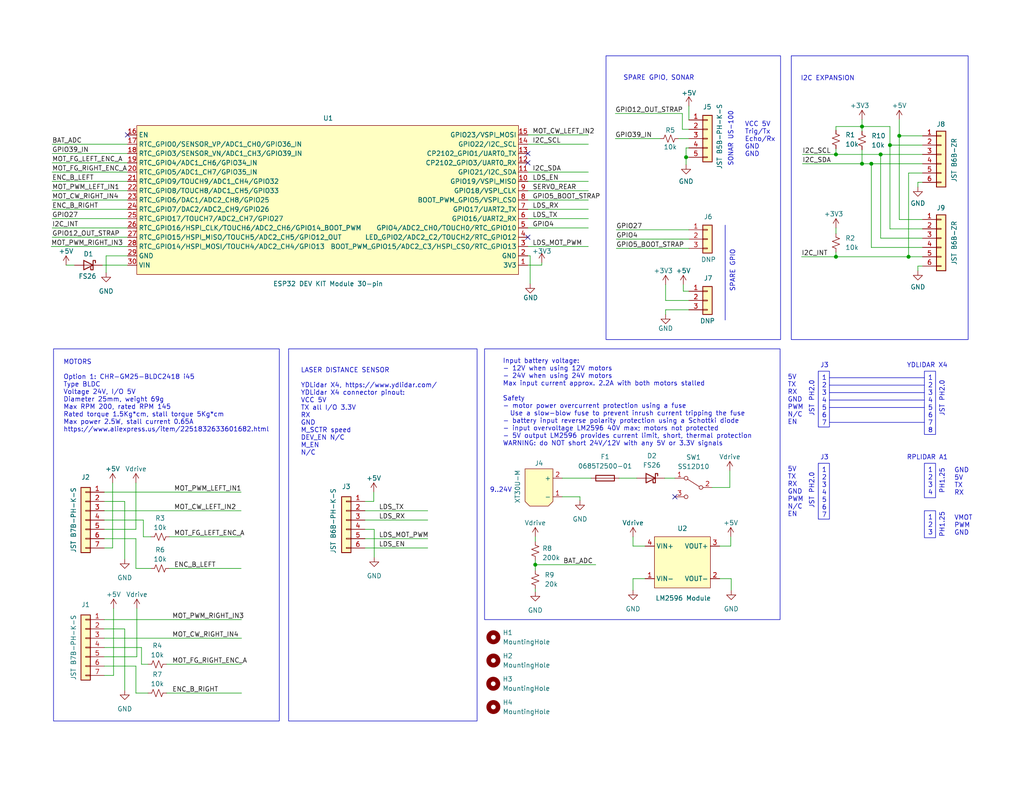
<source format=kicad_sch>
(kicad_sch (version 20230121) (generator eeschema)
  (paper "USLetter")
  (title_block (title "ESP32 Breakout") (date "2024-03-12") (rev "1.3.0") (company "makerspet.com"))
  (lib_symbols
    (symbol "Connector_Generic:Conn_01x03" (pin_names (offset 1.016) hide)
      (property "Reference" "J" (at 0 5.08 0))
      (property "Value" "Conn_01x03" (at 0 -5.08 0))
      (symbol "Conn_01x03_1_1"
        (rectangle (start -1.27 -2.413) (end 0 -2.667) (stroke (width 0.1524)))
        (rectangle (start -1.27 0.127) (end 0 -0.127) (stroke (width 0.1524)))
        (rectangle (start -1.27 2.667) (end 0 2.413) (stroke (width 0.1524)))
        (rectangle (start -1.27 3.81) (end 1.27 -3.81) (stroke (width 0.254)) (fill (type background)))
        (pin passive line (at -5.08 2.54 0) (length 3.81) (name "Pin_1") (number "1"))
        (pin passive line (at -5.08 0 0) (length 3.81) (name "Pin_2") (number "2"))
        (pin passive line (at -5.08 -2.54 0) (length 3.81) (name "Pin_3") (number "3"))
      )
    )
    (symbol "Connector_Generic:Conn_01x05" (pin_names (offset 1.016) hide)
      (property "Reference" "J" (at 0 7.62 0))
      (property "Value" "Conn_01x05" (at 0 -7.62 0))
      (symbol "Conn_01x05_1_1"
        (rectangle (start -1.27 -4.953) (end 0 -5.207) (stroke (width 0.1524)))
        (rectangle (start -1.27 -2.413) (end 0 -2.667) (stroke (width 0.1524)))
        (rectangle (start -1.27 0.127) (end 0 -0.127) (stroke (width 0.1524)))
        (rectangle (start -1.27 2.667) (end 0 2.413) (stroke (width 0.1524)))
        (rectangle (start -1.27 5.207) (end 0 4.953) (stroke (width 0.1524)))
        (rectangle (start -1.27 6.35) (end 1.27 -6.35) (stroke (width 0.254)) (fill (type background)))
        (pin passive line (at -5.08 5.08 0) (length 3.81) (name "Pin_1") (number "1"))
        (pin passive line (at -5.08 2.54 0) (length 3.81) (name "Pin_2") (number "2"))
        (pin passive line (at -5.08 0 0) (length 3.81) (name "Pin_3") (number "3"))
        (pin passive line (at -5.08 -2.54 0) (length 3.81) (name "Pin_4") (number "4"))
        (pin passive line (at -5.08 -5.08 0) (length 3.81) (name "Pin_5") (number "5"))
      )
    )
    (symbol "Connector_Generic:Conn_01x06" (pin_names (offset 1.016) hide)
      (property "Reference" "J" (at 0 7.62 0))
      (property "Value" "Conn_01x06" (at 0 -10.16 0))
      (symbol "Conn_01x06_1_1"
        (rectangle (start -1.27 -7.493) (end 0 -7.747) (stroke (width 0.1524)))
        (rectangle (start -1.27 -4.953) (end 0 -5.207) (stroke (width 0.1524)))
        (rectangle (start -1.27 -2.413) (end 0 -2.667) (stroke (width 0.1524)))
        (rectangle (start -1.27 0.127) (end 0 -0.127) (stroke (width 0.1524)))
        (rectangle (start -1.27 2.667) (end 0 2.413) (stroke (width 0.1524)))
        (rectangle (start -1.27 5.207) (end 0 4.953) (stroke (width 0.1524)))
        (rectangle (start -1.27 6.35) (end 1.27 -8.89) (stroke (width 0.254)) (fill (type background)))
        (pin passive line (at -5.08 5.08 0) (length 3.81) (name "Pin_1") (number "1"))
        (pin passive line (at -5.08 2.54 0) (length 3.81) (name "Pin_2") (number "2"))
        (pin passive line (at -5.08 0 0) (length 3.81) (name "Pin_3") (number "3"))
        (pin passive line (at -5.08 -2.54 0) (length 3.81) (name "Pin_4") (number "4"))
        (pin passive line (at -5.08 -5.08 0) (length 3.81) (name "Pin_5") (number "5"))
        (pin passive line (at -5.08 -7.62 0) (length 3.81) (name "Pin_6") (number "6"))
      )
    )
    (symbol "Connector_Generic:Conn_01x07" (pin_names (offset 1.016) hide)
      (property "Reference" "J" (at 0 10.16 0))
      (property "Value" "Conn_01x07" (at 0 -10.16 0))
      (symbol "Conn_01x07_1_1"
        (rectangle (start -1.27 -7.493) (end 0 -7.747) (stroke (width 0.1524)))
        (rectangle (start -1.27 -4.953) (end 0 -5.207) (stroke (width 0.1524)))
        (rectangle (start -1.27 -2.413) (end 0 -2.667) (stroke (width 0.1524)))
        (rectangle (start -1.27 0.127) (end 0 -0.127) (stroke (width 0.1524)))
        (rectangle (start -1.27 2.667) (end 0 2.413) (stroke (width 0.1524)))
        (rectangle (start -1.27 5.207) (end 0 4.953) (stroke (width 0.1524)))
        (rectangle (start -1.27 7.747) (end 0 7.493) (stroke (width 0.1524)))
        (rectangle (start -1.27 8.89) (end 1.27 -8.89) (stroke (width 0.254)) (fill (type background)))
        (pin passive line (at -5.08 7.62 0) (length 3.81) (name "Pin_1") (number "1"))
        (pin passive line (at -5.08 5.08 0) (length 3.81) (name "Pin_2") (number "2"))
        (pin passive line (at -5.08 2.54 0) (length 3.81) (name "Pin_3") (number "3"))
        (pin passive line (at -5.08 0 0) (length 3.81) (name "Pin_4") (number "4"))
        (pin passive line (at -5.08 -2.54 0) (length 3.81) (name "Pin_5") (number "5"))
        (pin passive line (at -5.08 -5.08 0) (length 3.81) (name "Pin_6") (number "6"))
        (pin passive line (at -5.08 -7.62 0) (length 3.81) (name "Pin_7") (number "7"))
      )
    )
    (symbol "Device:D_Schottky" (pin_numbers hide) (pin_names (offset 1.016) hide)
      (property "Reference" "D" (at 0 2.54 0))
      (property "Value" "D_Schottky" (at 0 -2.54 0))
      (symbol "D_Schottky_0_1"
        (polyline (pts (xy 1.27 0) (xy -1.27 0)))
        (polyline (pts (xy 1.27 1.27) (xy 1.27 -1.27) (xy -1.27 0) (xy 1.27 1.27)) (stroke (width 0.254)))
        (polyline (pts (xy -1.905 0.635) (xy -1.905 1.27) (xy -1.27 1.27) (xy -1.27 -1.27) (xy -0.635 -1.27) (xy -0.635 -0.635)) (stroke (width 0.254)))
      )
      (symbol "D_Schottky_1_1"
        (pin passive line (at -3.81 0 0) (length 2.54) (name "K") (number "1"))
        (pin passive line (at 3.81 0 180) (length 2.54) (name "A") (number "2"))
      )
    )
    (symbol "Device:Fuse" (pin_numbers hide) (pin_names (offset 0))
      (property "Reference" "F" (at 2.032 0 90))
      (property "Value" "Fuse" (at -1.905 0 90))
      (symbol "Fuse_0_1"
        (rectangle (start -0.762 -2.54) (end 0.762 2.54) (stroke (width 0.254)))
        (polyline (pts (xy 0 2.54) (xy 0 -2.54)))
      )
      (symbol "Fuse_1_1"
        (pin passive line (at 0 3.81 270) (length 1.27) (name "~") (number "1"))
        (pin passive line (at 0 -3.81 90) (length 1.27) (name "~") (number "2"))
      )
    )
    (symbol "Device:R_Small_US" (pin_numbers hide) (pin_names (offset 0.254) hide)
      (property "Reference" "R" (at 0.762 0.508 0))
      (property "Value" "R_Small_US" (at 0.762 -1.016 0))
      (symbol "R_Small_US_1_1"
        (polyline (pts (xy 0 0) (xy 1.016 -0.381) (xy 0 -0.762) (xy -1.016 -1.143) (xy 0 -1.524)))
        (polyline (pts (xy 0 1.524) (xy 1.016 1.143) (xy 0 0.762) (xy -1.016 0.381) (xy 0 0)))
        (pin passive line (at 0 2.54 270) (length 1.016) (name "~") (number "1"))
        (pin passive line (at 0 -2.54 90) (length 1.016) (name "~") (number "2"))
      )
    )
    (symbol "Makerspet:DC-DC Module"
      (property "Reference" "U" (at 0 -1.27 0))
      (symbol "DC-DC Module_1_1"
        (rectangle (start -7.62 -2.54) (end 7.62 -16.51) (fill (type background)))
        (pin passive line (at -10.16 -13.97 0) (length 2.54) (name "VIN-") (number "1"))
        (pin passive line (at 10.16 -13.97 180) (length 2.54) (name "VOUT-") (number "2"))
        (pin power_out line (at 10.16 -5.08 180) (length 2.54) (name "VOUT+") (number "3"))
        (pin power_in line (at -10.16 -5.08 0) (length 2.54) (name "VIN+") (number "4"))
      )
    )
    (symbol "Makerspet:ESP32-DOIT-V1"
      (property "Reference" "U1" (at -1.27 21.59 0))
      (property "Value" "ESP32 DEV KIT DOIT 30-pin" (at -1.27 24.13 0))
      (symbol "ESP32-DOIT-V1_1_1"
        (rectangle (start -53.34 20.32) (end 50.8 -20.32) (fill (type background)))
        (pin power_out line (at 53.34 -17.78 180) (length 2.54) (name "3V3") (number "1"))
        (pin bidirectional line (at 53.34 5.08 180) (length 2.54) (name "GPIO19/VSPI_MISO") (number "10"))
        (pin bidirectional line (at 53.34 7.62 180) (length 2.54) (name "GPIO21/I2C_SDA") (number "11"))
        (pin bidirectional line (at 53.34 10.16 180) (length 2.54) (name "CP2102_GPIO3/UART0_RX") (number "12"))
        (pin bidirectional line (at 53.34 12.7 180) (length 2.54) (name "CP2102_GPIO1/UART0_TX") (number "13"))
        (pin bidirectional line (at 53.34 15.24 180) (length 2.54) (name "GPIO22/I2C_SCL") (number "14"))
        (pin bidirectional line (at 53.34 17.78 180) (length 2.54) (name "GPIO23/VSPI_MOSI") (number "15"))
        (pin bidirectional line (at -55.88 17.78 0) (length 2.54) (name "EN") (number "16"))
        (pin bidirectional line (at -55.88 15.24 0) (length 2.54) (name "RTC_GPIO0/SENSOR_VP/ADC1_CH0/GPIO36_IN") (number "17"))
        (pin bidirectional line (at -55.88 12.7 0) (length 2.54) (name "RTC_GPIO3/SENSOR_VN/ADC1_CH3/GPIO39_IN") (number "18"))
        (pin bidirectional line (at -55.88 10.16 0) (length 2.54) (name "RTC_GPIO4/ADC1_CH6/GPIO34_IN") (number "19"))
        (pin passive line (at 53.34 -15.24 180) (length 2.54) (name "GND") (number "2"))
        (pin bidirectional line (at -55.88 7.62 0) (length 2.54) (name "RTC_GPIO5/ADC1_CH7/GPIO35_IN") (number "20"))
        (pin bidirectional line (at -55.88 5.08 0) (length 2.54) (name "RTC_GPIO9/TOUCH9/ADC1_CH4/GPIO32") (number "21"))
        (pin bidirectional line (at -55.88 2.54 0) (length 2.54) (name "RTC_GPIO8/TOUCH8/ADC1_CH5/GPIO33") (number "22"))
        (pin bidirectional line (at -55.88 0 0) (length 2.54) (name "RTC_GPIO6/DAC1/ADC2_CH8/GPIO25") (number "23"))
        (pin bidirectional line (at -55.88 -2.54 0) (length 2.54) (name "RTC_GPIO7/DAC2/ADC2_CH9/GPIO26") (number "24"))
        (pin bidirectional line (at -55.88 -5.08 0) (length 2.54) (name "RTC_GPIO17/TOUCH7/ADC2_CH7/GPIO27") (number "25"))
        (pin bidirectional line (at -55.88 -7.62 0) (length 2.54) (name "RTC_GPIO16/HSPI_CLK/TOUCH6/ADC2_CH6/GPIO14_BOOT_PWM") (number "26"))
        (pin bidirectional line (at -55.88 -10.16 0) (length 2.54) (name "RTC_GPIO15/HSPI_MISO/TOUCH5/ADC2_CH5/GPIO12_OUT") (number "27"))
        (pin bidirectional line (at -55.88 -12.7 0) (length 2.54) (name "RTC_GPIO14/HSPI_MOSI/TOUCH4/ADC2_CH4/GPIO13") (number "28"))
        (pin passive line (at -55.88 -15.24 0) (length 2.54) (name "GND") (number "29"))
        (pin bidirectional line (at 53.34 -12.7 180) (length 2.54) (name "BOOT_PWM_GPIO15/ADC2_C3/HSPI_CS0/RTC_GPIO13") (number "3"))
        (pin power_in line (at -55.88 -17.78 0) (length 2.54) (name "VIN") (number "30"))
        (pin bidirectional line (at 53.34 -10.16 180) (length 2.54) (name "LED_GPIO2/ADC2_C2/TOUCH2/RTC_GPIO12") (number "4"))
        (pin bidirectional line (at 53.34 -7.62 180) (length 2.54) (name "GPIO4/ADC2_CH0/TOUCH0/RTC_GPIO10") (number "5"))
        (pin bidirectional line (at 53.34 -5.08 180) (length 2.54) (name "GPIO16/UART2_RX") (number "6"))
        (pin bidirectional line (at 53.34 -2.54 180) (length 2.54) (name "GPIO17/UART2_TX") (number "7"))
        (pin bidirectional line (at 53.34 0 180) (length 2.54) (name "BOOT_PWM_GPIO5/VSPI_CS0") (number "8"))
        (pin bidirectional line (at 53.34 2.54 180) (length 2.54) (name "GPIO18/VSPI_CLK") (number "9"))
      )
    )
    (symbol "Makerspet:XT30UPB-M"
      (property "Reference" "J" (at 0 0 0))
      (symbol "XT30UPB-M_1_1"
        (polyline (pts (xy -3.81 -2.54) (xy 3.81 -2.54) (xy 3.81 -11.43) (xy 2.54 -12.7) (xy -2.54 -12.7) (xy -3.81 -11.43) (xy -3.81 -2.54)) (fill (type background)))
        (pin passive line (at 6.35 -10.16 180) (length 2.54) (name "-") (number "1"))
        (pin power_out line (at 6.35 -5.08 180) (length 2.54) (name "+") (number "2"))
      )
    )
    (symbol "Mechanical:MountingHole" (pin_names (offset 1.016))
      (property "Reference" "H" (at 0 5.08 0))
      (property "Value" "MountingHole" (at 0 3.175 0))
      (symbol "MountingHole_0_1"
        (circle (center 0 0) (radius 1.27) (stroke (width 1.27)))
      )
    )
    (symbol "Switch:SW_SPDT" (pin_names (offset 0) hide)
      (property "Reference" "SW" (at 0 4.318 0))
      (property "Value" "SW_SPDT" (at 0 -5.08 0))
      (symbol "SW_SPDT_0_0"
        (circle (center -2.032 0) (radius 0.508))
        (circle (center 2.032 -2.54) (radius 0.508))
      )
      (symbol "SW_SPDT_0_1"
        (polyline (pts (xy -1.524 0.254) (xy 1.651 2.286)))
        (circle (center 2.032 2.54) (radius 0.508))
      )
      (symbol "SW_SPDT_1_1"
        (pin passive line (at 5.08 2.54 180) (length 2.54) (name "A") (number "1"))
        (pin passive line (at -5.08 0 0) (length 2.54) (name "B") (number "2"))
        (pin passive line (at 5.08 -2.54 180) (length 2.54) (name "C") (number "3"))
      )
    )
    (symbol "power:+3V3" (power) (pin_names (offset 0))
      (property "Value" "+3V3" (at 0 3.556 0))
      (symbol "+3V3_0_1"
        (polyline (pts (xy -0.762 1.27) (xy 0 2.54)))
        (polyline (pts (xy 0 0) (xy 0 2.54)))
        (polyline (pts (xy 0 2.54) (xy 0.762 1.27)))
      )
      (symbol "+3V3_1_1"
        (pin power_in line (at 0 0 90) (length 0) hide (name "+3V3") (number "1"))
      )
    )
    (symbol "power:+5V" (power) (pin_names (offset 0))
      (property "Value" "+5V" (at 0 3.556 0))
      (symbol "+5V_0_1"
        (polyline (pts (xy -0.762 1.27) (xy 0 2.54)))
        (polyline (pts (xy 0 0) (xy 0 2.54)))
        (polyline (pts (xy 0 2.54) (xy 0.762 1.27)))
      )
      (symbol "+5V_1_1"
        (pin power_in line (at 0 0 90) (length 0) hide (name "+5V") (number "1"))
      )
    )
    (symbol "power:GND" (power) (pin_names (offset 0))
      (property "Value" "GND" (at 0 -3.81 0))
      (symbol "GND_0_1"
        (polyline (pts (xy 0 0) (xy 0 -1.27) (xy 1.27 -1.27) (xy 0 -2.54) (xy -1.27 -1.27) (xy 0 -1.27)))
      )
      (symbol "GND_1_1"
        (pin power_in line (at 0 0 270) (length 0) hide (name "GND") (number "1"))
      )
    )
    (symbol "power:Vdrive" (power) (pin_names (offset 0))
      (property "Value" "Vdrive" (at 0 3.81 0))
      (symbol "Vdrive_0_1"
        (polyline (pts (xy -0.762 1.27) (xy 0 2.54)))
        (polyline (pts (xy 0 0) (xy 0 2.54)))
        (polyline (pts (xy 0 2.54) (xy 0.762 1.27)))
      )
      (symbol "Vdrive_1_1"
        (pin power_in line (at 0 0 90) (length 0) hide (name "Vdrive") (number "1"))
      )
    )
  )
  (junction (at 242.824 39.624))
  (junction (at 228.092 42.164))
  (junction (at 235.204 44.704))
  (junction (at 247.904 70.104))
  (junction (at 228.092 70.104))
  (junction (at 146.05 154.178))
  (junction (at 240.284 42.164))
  (junction (at 187.198 42.926))
  (junction (at 237.744 44.704))
  (junction (at 235.204 34.544))
  (junction (at 245.364 37.084))
  (no_connect (at 34.798 36.83))
  (no_connect (at 144.018 44.45))
  (no_connect (at 144.018 41.91))
  (no_connect (at 144.018 64.77))
  (no_connect (at 184.15 135.636))
  (wire (pts (xy 144.018 52.07) (xy 160.528 52.07)))
  (wire (pts (xy 37.084 155.194) (xy 41.148 155.194)))
  (wire (pts (xy 146.05 146.558) (xy 146.05 147.828)))
  (wire (pts (xy 27.94 72.39) (xy 34.798 72.39)))
  (wire (pts (xy 144.653 69.85) (xy 144.653 77.47)))
  (wire (pts (xy 144.018 62.23) (xy 160.528 62.23)))
  (wire (pts (xy 172.72 149.098) (xy 176.022 149.098)))
  (wire (pts (xy 218.694 70.104) (xy 228.092 70.104)))
  (wire (pts (xy 186.182 35.306) (xy 187.96 35.306)))
  (wire (pts (xy 146.05 154.178) (xy 146.05 155.702)))
  (wire (pts (xy 28.448 169.164) (xy 65.913 169.164)))
  (polyline (pts (xy 226.314 109.22) (xy 252.222 109.22)))
  (polyline (pts (xy 226.314 103.124) (xy 252.222 103.124)))
  (wire (pts (xy 39.116 141.986) (xy 28.448 141.986)))
  (wire (pts (xy 45.466 189.23) (xy 65.913 189.23)))
  (wire (pts (xy 218.948 44.704) (xy 235.204 44.704)))
  (wire (pts (xy 146.05 160.782) (xy 146.05 161.544)))
  (wire (pts (xy 14.224 54.61) (xy 34.798 54.61)))
  (wire (pts (xy 34.036 171.704) (xy 34.036 188.468)))
  (wire (pts (xy 144.018 57.15) (xy 160.528 57.15)))
  (wire (pts (xy 99.568 136.906) (xy 101.981 136.906)))
  (wire (pts (xy 199.136 128.524) (xy 199.136 133.096)))
  (wire (pts (xy 158.242 136.652) (xy 158.242 135.636)))
  (wire (pts (xy 245.364 37.084) (xy 245.364 59.944)))
  (wire (pts (xy 14.224 44.45) (xy 34.798 44.45)))
  (wire (pts (xy 168.148 62.738) (xy 187.96 62.738)))
  (wire (pts (xy 250.444 72.644) (xy 251.714 72.644)))
  (wire (pts (xy 187.198 40.386) (xy 187.96 40.386)))
  (wire (pts (xy 242.824 62.484) (xy 251.714 62.484)))
  (wire (pts (xy 37.338 166.116) (xy 37.338 179.324)))
  (wire (pts (xy 167.894 37.846) (xy 180.086 37.846)))
  (wire (pts (xy 172.72 157.988) (xy 176.022 157.988)))
  (wire (pts (xy 181.61 82.042) (xy 181.61 77.724)))
  (wire (pts (xy 242.824 39.624) (xy 242.824 62.484)))
  (wire (pts (xy 237.744 44.704) (xy 237.744 67.564)))
  (wire (pts (xy 101.981 134.366) (xy 101.981 136.906)))
  (wire (pts (xy 34.036 136.906) (xy 34.036 152.654)))
  (wire (pts (xy 30.988 166.116) (xy 30.988 184.404)))
  (wire (pts (xy 146.05 152.908) (xy 146.05 154.178)))
  (wire (pts (xy 187.96 82.042) (xy 181.61 82.042)))
  (wire (pts (xy 37.084 189.23) (xy 40.386 189.23)))
  (wire (pts (xy 144.018 59.69) (xy 160.528 59.69)))
  (wire (pts (xy 235.204 40.894) (xy 235.204 44.704)))
  (wire (pts (xy 240.284 42.164) (xy 251.714 42.164)))
  (polyline (pts (xy 226.314 115.316) (xy 252.222 115.316)))
  (wire (pts (xy 30.988 184.404) (xy 28.448 184.404)))
  (wire (pts (xy 187.96 79.502) (xy 186.436 79.502)))
  (wire (pts (xy 46.228 146.558) (xy 65.786 146.558)))
  (wire (pts (xy 168.148 65.278) (xy 187.96 65.278)))
  (wire (pts (xy 172.72 161.163) (xy 172.72 157.988)))
  (wire (pts (xy 28.448 139.446) (xy 65.786 139.446)))
  (wire (pts (xy 14.224 49.53) (xy 34.798 49.53)))
  (wire (pts (xy 199.517 161.163) (xy 199.517 157.988)))
  (wire (pts (xy 34.798 69.85) (xy 28.956 69.85)))
  (wire (pts (xy 14.224 46.99) (xy 34.798 46.99)))
  (wire (pts (xy 228.092 68.834) (xy 228.092 70.104)))
  (wire (pts (xy 14.224 64.77) (xy 34.798 64.77)))
  (wire (pts (xy 218.948 42.164) (xy 228.092 42.164)))
  (wire (pts (xy 30.734 149.606) (xy 28.448 149.606)))
  (wire (pts (xy 240.284 42.164) (xy 240.284 65.024)))
  (wire (pts (xy 37.084 147.066) (xy 37.084 155.194)))
  (wire (pts (xy 228.092 42.164) (xy 240.284 42.164)))
  (wire (pts (xy 38.608 181.356) (xy 40.386 181.356)))
  (wire (pts (xy 228.092 62.23) (xy 228.092 63.754)))
  (wire (pts (xy 245.364 59.944) (xy 251.714 59.944)))
  (wire (pts (xy 38.608 181.356) (xy 38.608 176.784)))
  (wire (pts (xy 187.96 28.956) (xy 187.96 32.766)))
  (wire (pts (xy 237.744 44.704) (xy 251.714 44.704)))
  (wire (pts (xy 235.204 44.704) (xy 237.744 44.704)))
  (wire (pts (xy 251.714 49.784) (xy 250.444 49.784)))
  (wire (pts (xy 251.714 67.564) (xy 237.744 67.564)))
  (wire (pts (xy 235.204 32.639) (xy 235.204 34.544)))
  (wire (pts (xy 242.824 39.624) (xy 242.824 34.544)))
  (wire (pts (xy 28.448 144.526) (xy 37.084 144.526)))
  (wire (pts (xy 187.198 42.926) (xy 187.198 44.958)))
  (wire (pts (xy 38.608 176.784) (xy 28.448 176.784)))
  (wire (pts (xy 187.198 40.386) (xy 187.198 42.926)))
  (wire (pts (xy 144.018 54.61) (xy 160.528 54.61)))
  (polyline (pts (xy 226.314 111.252) (xy 252.222 111.252)))
  (wire (pts (xy 144.018 49.53) (xy 160.528 49.53)))
  (wire (pts (xy 37.084 131.826) (xy 37.084 144.526)))
  (wire (pts (xy 144.018 67.31) (xy 160.528 67.31)))
  (wire (pts (xy 99.568 141.986) (xy 116.713 141.986)))
  (wire (pts (xy 181.61 84.582) (xy 181.61 85.852)))
  (wire (pts (xy 39.116 141.986) (xy 39.116 146.558)))
  (wire (pts (xy 187.96 84.582) (xy 181.61 84.582)))
  (wire (pts (xy 45.466 181.356) (xy 65.913 181.356)))
  (wire (pts (xy 187.198 42.926) (xy 187.96 42.926)))
  (polyline (pts (xy 197.866 87.376) (xy 197.866 61.468)))
  (wire (pts (xy 228.092 35.56) (xy 228.092 34.544)))
  (wire (pts (xy 28.448 181.864) (xy 37.084 181.864)))
  (wire (pts (xy 167.894 30.988) (xy 186.182 30.988)))
  (wire (pts (xy 235.204 34.544) (xy 235.204 35.814)))
  (wire (pts (xy 37.084 181.864) (xy 37.084 189.23)))
  (wire (pts (xy 28.448 134.366) (xy 65.786 134.366)))
  (wire (pts (xy 153.416 135.636) (xy 158.242 135.636)))
  (wire (pts (xy 147.828 71.755) (xy 147.828 72.39)))
  (wire (pts (xy 30.734 131.826) (xy 30.734 149.606)))
  (wire (pts (xy 99.568 147.066) (xy 116.713 147.066)))
  (wire (pts (xy 235.204 34.544) (xy 242.824 34.544)))
  (wire (pts (xy 39.116 146.558) (xy 41.148 146.558)))
  (wire (pts (xy 228.092 70.104) (xy 247.904 70.104)))
  (wire (pts (xy 99.568 149.606) (xy 116.713 149.606)))
  (wire (pts (xy 13.97 67.31) (xy 34.798 67.31)))
  (wire (pts (xy 14.224 39.37) (xy 34.798 39.37)))
  (wire (pts (xy 168.91 130.556) (xy 173.736 130.556)))
  (wire (pts (xy 28.448 174.244) (xy 65.913 174.244)))
  (wire (pts (xy 247.904 47.244) (xy 247.904 70.104)))
  (wire (pts (xy 181.356 130.556) (xy 184.15 130.556)))
  (wire (pts (xy 144.018 36.83) (xy 160.528 36.83)))
  (wire (pts (xy 99.568 144.526) (xy 102.108 144.526)))
  (wire (pts (xy 251.714 39.624) (xy 242.824 39.624)))
  (wire (pts (xy 186.436 79.502) (xy 186.436 77.724)))
  (wire (pts (xy 247.904 47.244) (xy 251.714 47.244)))
  (wire (pts (xy 102.108 144.526) (xy 102.108 152.146)))
  (wire (pts (xy 185.166 37.846) (xy 187.96 37.846)))
  (wire (pts (xy 14.224 59.69) (xy 34.798 59.69)))
  (wire (pts (xy 196.342 149.098) (xy 199.39 149.098)))
  (wire (pts (xy 28.448 179.324) (xy 37.338 179.324)))
  (wire (pts (xy 144.018 69.85) (xy 144.653 69.85)))
  (wire (pts (xy 46.228 155.194) (xy 65.786 155.194)))
  (wire (pts (xy 196.342 157.988) (xy 199.517 157.988)))
  (wire (pts (xy 251.714 37.084) (xy 245.364 37.084)))
  (wire (pts (xy 144.018 46.99) (xy 160.528 46.99)))
  (wire (pts (xy 247.904 70.104) (xy 251.714 70.104)))
  (wire (pts (xy 14.224 52.07) (xy 34.798 52.07)))
  (wire (pts (xy 99.568 139.446) (xy 116.713 139.446)))
  (wire (pts (xy 250.444 72.644) (xy 250.444 73.914)))
  (wire (pts (xy 153.416 130.556) (xy 161.29 130.556)))
  (wire (pts (xy 251.714 65.024) (xy 240.284 65.024)))
  (wire (pts (xy 18.034 72.39) (xy 20.32 72.39)))
  (wire (pts (xy 28.448 136.906) (xy 34.036 136.906)))
  (wire (pts (xy 186.182 30.988) (xy 186.182 35.306)))
  (wire (pts (xy 28.448 171.704) (xy 34.036 171.704)))
  (wire (pts (xy 172.72 146.558) (xy 172.72 149.098)))
  (wire (pts (xy 28.448 147.066) (xy 37.084 147.066)))
  (wire (pts (xy 228.092 34.544) (xy 235.204 34.544)))
  (polyline (pts (xy 226.314 105.156) (xy 252.222 105.156)))
  (wire (pts (xy 14.224 41.91) (xy 34.798 41.91)))
  (wire (pts (xy 144.018 39.37) (xy 160.528 39.37)))
  (wire (pts (xy 250.444 49.784) (xy 250.444 51.054)))
  (wire (pts (xy 146.05 154.178) (xy 162.56 154.178)))
  (wire (pts (xy 168.148 67.818) (xy 187.96 67.818)))
  (wire (pts (xy 199.136 133.096) (xy 194.31 133.096)))
  (polyline (pts (xy 226.314 107.188) (xy 252.222 107.188)))
  (wire (pts (xy 28.956 69.85) (xy 28.956 74.422)))
  (wire (pts (xy 144.018 72.39) (xy 147.828 72.39)))
  (wire (pts (xy 14.224 62.23) (xy 34.798 62.23)))
  (wire (pts (xy 14.224 57.15) (xy 34.798 57.15)))
  (wire (pts (xy 199.39 146.558) (xy 199.39 149.098)))
  (wire (pts (xy 228.092 40.64) (xy 228.092 42.164)))
  (wire (pts (xy 245.364 32.639) (xy 245.364 37.084)))
  (rectangle (start 14.605 95.25) (end 76.2 196.85))
  (rectangle (start 215.9 15.24) (end 264.16 92.71))
  (rectangle (start 78.74 95.25) (end 130.175 196.85))
  (rectangle (start 132.207 95.25) (end 212.852 169.164))
  (rectangle (start 165.354 15.24) (end 212.979 92.71))
  (text_box "1\n2\n3\n4" (at 252.222 126.492 0) (size 3.048 9.398) (effects (font (size 1.27 1.27)) (justify left top)))
  (text_box "1\n2\n3\n4\n5\n6\n7\n8" (at 252.222 101.346 0) (size 3.048 17.272) (effects (font (size 1.27 1.27)) (justify left top)))
  (text_box "1\n2\n3\n4\n5\n6\n7" (at 223.266 101.346 0) (size 3.048 15.24) (effects (font (size 1.27 1.27)) (justify left top)))
  (text_box "1\n2\n3" (at 252.222 139.446 0) (size 3.048 7.366) (effects (font (size 1.27 1.27)) (justify left top)))
  (text_box "1\n2\n3\n4\n5\n6\n7" (at 223.266 126.492 0) (size 3.048 15.24) (effects (font (size 1.27 1.27)) (justify left top)))
  (text "SONAR US-100" (at 200.152 45.466 90) (effects (font (size 1.27 1.27)) (justify left bottom)))
  (text "J3" (at 223.774 125.73 0) (effects (font (size 1.27 1.27)) (justify left bottom)))
  (text "VCC 5V\nTrig/Tx\nEcho/Rx\nGND\nGND\n" (at 203.2 42.926 0) (effects (font (size 1.27 1.27)) (justify left bottom)))
  (text "SPARE GPIO" (at 200.66 79.756 90) (effects (font (size 1.27 1.27)) (justify left bottom)))
  (text "VMOT\nPWM\nGND" (at 260.35 146.304 0) (effects (font (size 1.27 1.27)) (justify left bottom)))
  (text "JST PH2.0" (at 222.25 113.792 90) (effects (font (size 1.27 1.27)) (justify left bottom)))
  (text "5V\nTX\nRX\nGND\nPWM\nN/C\nEN" (at 214.884 116.078 0) (effects (font (size 1.27 1.27)) (justify left bottom)))
  (text "SPARE GPIO, SONAR" (at 189.484 22.098 0) (effects (font (size 1.27 1.27)) (justify right bottom)))
  (text "I2C EXPANSION" (at 218.44 22.225 0) (effects (font (size 1.27 1.27)) (justify left bottom)))
  (text "YDLIDAR X4" (at 247.396 100.584 0) (effects (font (size 1.27 1.27)) (justify left bottom)))
  (text "Input battery voltage:\n- 12V when using 12V motors\n- 24V when using 24V motors\nMax input current approx. 2.2A with both motors stalled\n\nSafety\n- motor power overcurrent protection using a fuse\n  Use a slow-blow fuse to prevent inrush current tripping the fuse\n- battery input reverse polarity protection using a Schottki diode\n- input overvoltage LM2596 40V max; motors not protected\n- 5V output LM2596 provides current limit, short, thermal protection\nWARNING: do NOT short 24V/12V with any 5V or 3.3V signals" (at 137.16 121.92 0) (effects (font (size 1.27 1.27)) (justify left bottom)))
  (text "JST PH2.0" (at 257.81 113.792 90) (effects (font (size 1.27 1.27)) (justify left bottom)))
  (text "J3" (at 223.774 100.584 0) (effects (font (size 1.27 1.27)) (justify left bottom)))
  (text "MOTORS\n\nOption 1: CHR-GM25-BLDC2418 i45\nType BLDC\nVoltage 24V, I/O 5V\nDiameter 25mm, weight 69g\nMax RPM 200, rated RPM 145\nRated torque 1.5Kg*cm, stall torque 5Kg*cm\nMax power 2.5W, stall current 0.65A\nhttps://www.aliexpress.us/item/2251832633601682.html" (at 17.272 118.11 0) (effects (font (size 1.27 1.27)) (justify left bottom)))
  (text "GND\n5V\nTX\nRX" (at 260.35 135.382 0) (effects (font (size 1.27 1.27)) (justify left bottom)))
  (text "RPLIDAR A1" (at 247.396 125.73 0) (effects (font (size 1.27 1.27)) (justify left bottom)))
  (text "PH1.25" (at 257.81 146.812 90) (effects (font (size 1.27 1.27)) (justify left bottom)))
  (text "9..24V" (at 133.604 134.62 0) (effects (font (size 1.27 1.27)) (justify left bottom)))
  (text "5V\nTX\nRX\nGND\nPWM\nN/C\nEN" (at 214.884 141.224 0) (effects (font (size 1.27 1.27)) (justify left bottom)))
  (text "JST PH2.0" (at 222.25 138.938 90) (effects (font (size 1.27 1.27)) (justify left bottom)))
  (text "LASER DISTANCE SENSOR\n\nYDLidar X4, https://www.ydlidar.com/\nYDLidar X4 connector pinout:\nVCC 5V\nTX all I/O 3.3V\nRX\nGND\nM_SCTR speed\nDEV_EN N/C\nM_EN\nN/C" (at 82.042 124.46 0) (effects (font (size 1.27 1.27)) (justify left bottom)))
  (text "PH1.25" (at 257.81 134.874 90) (effects (font (size 1.27 1.27)) (justify left bottom)))
  (label "ENC_B_RIGHT" (at 46.99 189.23 0))
  (label "MOT_CW_LEFT_IN2" (at 145.288 36.83 0))
  (label "MOT_FG_LEFT_ENC_A" (at 14.224 44.45 0))
  (label "ENC_B_RIGHT" (at 14.224 57.15 0))
  (label "GPIO4" (at 145.288 62.23 0))
  (label "GPIO12_OUT_STRAP" (at 167.894 30.988 0))
  (label "MOT_FG_LEFT_ENC_A" (at 47.498 146.558 0))
  (label "MOT_FG_RIGHT_ENC_A" (at 46.99 181.356 0))
  (label "I2C_INT" (at 218.694 70.104 0))
  (label "MOT_PWM_RIGHT_IN3" (at 46.99 169.164 0))
  (label "MOT_PWM_LEFT_IN1" (at 47.498 134.366 0))
  (label "LDS_EN" (at 103.378 149.606 0))
  (label "LDS_TX" (at 103.378 139.446 0))
  (label "BAT_ADC" (at 14.224 39.37 0))
  (label "MOT_CW_RIGHT_IN4" (at 46.99 174.244 0))
  (label "LDS_MOT_PWM" (at 103.378 147.066 0))
  (label "GPIO39_IN" (at 167.894 37.846 0))
  (label "MOT_PWM_LEFT_IN1" (at 14.224 52.07 0))
  (label "LDS_MOT_PWM" (at 145.288 67.31 0))
  (label "LDS_RX" (at 103.378 141.986 0))
  (label "GPIO27" (at 168.148 62.738 0))
  (label "LDS_TX" (at 145.288 59.69 0))
  (label "BAT_ADC" (at 153.67 154.178 0))
  (label "GPIO5_BOOT_STRAP" (at 168.148 67.818 0))
  (label "MOT_CW_LEFT_IN2" (at 47.498 139.446 0))
  (label "ENC_B_LEFT" (at 14.224 49.53 0))
  (label "GPIO27" (at 14.224 59.69 0))
  (label "MOT_CW_RIGHT_IN4" (at 14.224 54.61 0))
  (label "GPIO4" (at 168.148 65.278 0))
  (label "LDS_RX" (at 145.288 57.15 0))
  (label "I2C_SDA" (at 218.948 44.704 0))
  (label "MOT_PWM_RIGHT_IN3" (at 13.97 67.31 0))
  (label "I2C_SDA" (at 145.288 46.99 0))
  (label "MOT_FG_RIGHT_ENC_A" (at 14.224 46.99 0))
  (label "GPIO39_IN" (at 14.224 41.91 0))
  (label "GPIO5_BOOT_STRAP" (at 145.288 54.61 0))
  (label "SERVO_REAR" (at 145.288 52.07 0))
  (label "I2C_SCL" (at 218.948 42.164 0))
  (label "LDS_EN" (at 145.288 49.53 0))
  (label "ENC_B_LEFT" (at 47.498 155.194 0))
  (label "I2C_INT" (at 14.224 62.23 0))
  (label "GPIO12_OUT_STRAP" (at 14.224 64.77 0))
  (label "I2C_SCL" (at 145.288 39.37 0))
  (symbol (lib_id "Connector_Generic:Conn_01x06") (at 256.794 65.024 0) (unit 1)
    (property "Reference" "J9" (at 255.524 56.769 0) (effects (justify left)))
    (property "Value" "JST B6B-ZR" (at 260.35 72.39 90) (effects (justify left)))
    (property "Footprint" "Makerspet:JST_ZH_B6B-ZR_1x06_P1.50mm_Vertical" (effects hide))
  )
  (symbol (lib_id "power:GND") (at 172.72 161.163 0) (unit 1)
    (property "Reference" "#PWR017" (effects hide))
    (property "Value" "GND" (at 172.72 166.243 0))
  )
  (symbol (lib_id "power:+3V3") (at 147.828 71.755 0) (unit 1)
    (property "Reference" "#PWR015" (effects hide))
    (property "Value" "+3V3" (at 147.828 68.58 0))
  )
  (symbol (lib_id "power:GND") (at 144.653 77.47 0) (unit 1)
    (property "Reference" "#PWR014" (effects hide))
    (property "Value" "GND" (at 144.78 81.28 0))
  )
  (symbol (lib_id "Device:D_Schottky") (at 24.13 72.39 0) (mirror y) (unit 1)
    (property "Reference" "D1" (at 24.13 69.342 0))
    (property "Value" "FS26" (at 23.876 75.438 0))
    (property "Footprint" "Diode_SMD:D_SOD-123F" (effects hide))
    (property "Datasheet" "https://www.digikey.com/en/products/detail/good-ark-semiconductor/FS26/18667798" (effects hide))
  )
  (symbol (lib_id "Switch:SW_SPDT") (at 189.23 133.096 0) (mirror y) (unit 1)
    (property "Reference" "SW1" (at 189.23 124.841 0))
    (property "Value" "SS12D10" (at 189.23 127.381 0))
    (property "Footprint" "Makerspet:SWITCH" (effects hide))
    (property "Datasheet" "https://www.aliexpress.us/item/3256803752541650.html" (effects hide))
  )
  (symbol (lib_id "Device:Fuse") (at 165.1 130.556 90) (unit 1)
    (property "Reference" "F1" (at 165.1 124.714 90))
    (property "Value" "0685T2500-01" (at 165.1 127.254 90))
    (property "Footprint" "Fuse:Fuse_1206_3216Metric" (effects hide))
    (property "Datasheet" "https://www.belfuse.com/resources/datasheets/circuitprotection/ds-cp-c1t-series.pdf" (effects hide))
  )
  (symbol (lib_id "Connector_Generic:Conn_01x03") (at 193.04 82.042 0) (unit 1)
    (property "Reference" "J7" (at 192.024 75.946 0) (effects (justify left)))
    (property "Value" "DNP" (at 191.008 87.63 0) (effects (justify left)))
    (property "Footprint" "Connector_PinSocket_2.54mm:PinSocket_1x03_P2.54mm_Vertical" (effects hide))
  )
  (symbol (lib_id "power:+3V3") (at 235.204 32.639 0) (unit 1)
    (property "Reference" "#PWR030" (effects hide))
    (property "Value" "+3V3" (at 234.569 28.829 0))
  )
  (symbol (lib_id "power:+5V") (at 30.734 131.826 0) (unit 1)
    (property "Reference" "#PWR022" (effects hide))
    (property "Value" "+5V" (at 30.734 128.016 0))
  )
  (symbol (lib_id "Mechanical:MountingHole") (at 134.62 173.99 0) (unit 1) (in_bom no)
    (property "Reference" "H1" (at 137.16 172.72 0) (effects (justify left)))
    (property "Value" "MountingHole" (at 137.16 175.26 0) (effects (justify left)))
    (property "Footprint" "MountingHole:MountingHole_3.2mm_M3" (effects hide))
  )
  (symbol (lib_id "Connector_Generic:Conn_01x07") (at 23.368 141.986 0) (mirror y) (unit 1)
    (property "Reference" "J2" (at 23.368 130.302 0))
    (property "Value" "JST B7B-PH-K-S" (at 20.066 141.986 90))
    (property "Footprint" "Connector_JST:JST_PH_B7B-PH-K_1x07_P2.00mm_Vertical" (effects hide))
  )
  (symbol (lib_id "power:+3V3") (at 228.092 62.23 0) (unit 1)
    (property "Reference" "#PWR07" (effects hide))
    (property "Value" "+3V3" (at 227.457 58.42 0))
  )
  (symbol (lib_id "Device:R_Small_US") (at 42.926 181.356 270) (unit 1)
    (property "Reference" "R4" (at 42.926 176.283 90))
    (property "Value" "10k" (at 42.926 178.823 90))
    (property "Footprint" "Resistor_SMD:R_0603_1608Metric" (effects hide))
  )
  (symbol (lib_id "Connector_Generic:Conn_01x05") (at 193.04 37.846 0) (unit 1)
    (property "Reference" "J5" (at 191.77 29.21 0) (effects (justify left)))
    (property "Value" "JST B5B-PH-K-S" (at 196.342 46.228 90) (effects (justify left)))
    (property "Footprint" "Connector_JST:JST_PH_B5B-PH-K_1x05_P2.00mm_Vertical" (effects hide))
  )
  (symbol (lib_id "power:Vdrive") (at 37.084 131.826 0) (unit 1)
    (property "Reference" "#PWR06" (effects hide))
    (property "Value" "Vdrive" (at 37.084 128.016 0))
  )
  (symbol (lib_id "power:+5V") (at 187.96 28.956 0) (unit 1)
    (property "Reference" "#PWR020" (effects hide))
    (property "Value" "+5V" (at 187.96 25.4 0))
  )
  (symbol (lib_id "Device:R_Small_US") (at 228.092 38.1 0) (unit 1)
    (property "Reference" "R1" (at 230.632 36.83 0) (effects (justify left)))
    (property "Value" "10k" (at 230.632 39.37 0) (effects (justify left)))
    (property "Footprint" "Resistor_SMD:R_0603_1608Metric" (effects hide))
  )
  (symbol (lib_id "power:GND") (at 146.05 161.544 0) (unit 1)
    (property "Reference" "#PWR027" (effects hide))
    (property "Value" "GND" (at 146.05 166.624 0))
  )
  (symbol (lib_id "power:GND") (at 250.444 51.054 0) (unit 1)
    (property "Reference" "#PWR032" (effects hide))
    (property "Value" "GND" (at 250.444 55.499 0))
  )
  (symbol (lib_id "Device:R_Small_US") (at 43.688 155.194 270) (unit 1)
    (property "Reference" "R6" (at 43.688 150.121 90))
    (property "Value" "10k" (at 43.688 152.661 90))
    (property "Footprint" "Resistor_SMD:R_0603_1608Metric" (effects hide))
  )
  (symbol (lib_id "power:GND") (at 34.036 152.654 0) (unit 1)
    (property "Reference" "#PWR03" (effects hide))
    (property "Value" "GND" (at 34.036 157.734 0))
  )
  (symbol (lib_id "Makerspet:DC-DC Module") (at 186.182 144.018 0) (unit 1)
    (property "Reference" "U2" (at 186.182 144.272 0))
    (property "Value" "LM2596 Module" (at 186.436 163.322 0))
    (property "Footprint" "Makerspet:LM2596 Module" (effects hide))
    (property "Link" "https://www.amazon.com/Zixtec-LM2596-Converter-Module-1-25V-30V/dp/B07VVXF7YX/" (effects hide))
  )
  (symbol (lib_id "Mechanical:MountingHole") (at 134.62 193.04 0) (unit 1) (in_bom no)
    (property "Reference" "H4" (at 137.16 191.77 0) (effects (justify left)))
    (property "Value" "MountingHole" (at 137.16 194.31 0) (effects (justify left)))
    (property "Footprint" "MountingHole:MountingHole_3.2mm_M3" (effects hide))
  )
  (symbol (lib_id "Makerspet:ESP32-DOIT-V1") (at 90.678 54.61 0) (unit 1)
    (property "Reference" "U1" (at 89.535 32.258 0))
    (property "Value" "ESP32 DEV KIT Module 30-pin" (at 89.535 77.47 0))
    (property "Footprint" "Makerspet:ESP-32" (effects hide))
  )
  (symbol (lib_id "Device:R_Small_US") (at 146.05 158.242 180) (unit 1)
    (property "Reference" "R9" (at 148.59 156.972 0) (effects (justify right)))
    (property "Value" "20k" (at 148.59 159.512 0) (effects (justify right)))
    (property "Footprint" "Resistor_SMD:R_0603_1608Metric" (effects hide))
  )
  (symbol (lib_id "power:Vdrive") (at 172.72 146.558 0) (unit 1)
    (property "Reference" "#PWR016" (effects hide))
    (property "Value" "Vdrive" (at 172.72 142.748 0))
  )
  (symbol (lib_id "Mechanical:MountingHole") (at 134.5851 186.6785 0) (unit 1) (in_bom no)
    (property "Reference" "H3" (at 137.1251 185.4085 0) (effects (justify left)))
    (property "Value" "MountingHole" (at 137.1251 187.9485 0) (effects (justify left)))
    (property "Footprint" "MountingHole:MountingHole_3.2mm_M3" (effects hide))
  )
  (symbol (lib_id "power:+5V") (at 101.981 134.366 0) (unit 1)
    (property "Reference" "#PWR09" (effects hide))
    (property "Value" "+5V" (at 101.981 130.556 0))
  )
  (symbol (lib_id "power:+5V") (at 18.034 72.39 0) (unit 1)
    (property "Reference" "#PWR02" (effects hide))
    (property "Value" "+5V" (at 18.034 68.58 0))
  )
  (symbol (lib_id "Device:D_Schottky") (at 177.546 130.556 0) (mirror y) (unit 1)
    (property "Reference" "D2" (at 177.8635 124.46 0))
    (property "Value" "FS26" (at 177.8635 127 0))
    (property "Footprint" "Diode_SMD:D_SOD-123F" (effects hide))
    (property "Datasheet" "https://www.digikey.com/en/products/detail/good-ark-semiconductor/FS26/18667798" (effects hide))
  )
  (symbol (lib_id "power:GND") (at 102.108 152.146 0) (unit 1)
    (property "Reference" "#PWR010" (effects hide))
    (property "Value" "GND" (at 102.108 157.226 0))
  )
  (symbol (lib_id "power:GND") (at 187.198 44.958 0) (unit 1)
    (property "Reference" "#PWR024" (effects hide))
    (property "Value" "GND" (at 187.198 49.53 0))
  )
  (symbol (lib_id "power:GND") (at 34.036 188.468 0) (unit 1)
    (property "Reference" "#PWR04" (effects hide))
    (property "Value" "GND" (at 34.036 193.548 0))
  )
  (symbol (lib_id "Mechanical:MountingHole") (at 134.62 180.34 0) (unit 1) (in_bom no)
    (property "Reference" "H2" (at 137.16 179.07 0) (effects (justify left)))
    (property "Value" "MountingHole" (at 137.16 181.61 0) (effects (justify left)))
    (property "Footprint" "MountingHole:MountingHole_3.2mm_M3" (effects hide))
  )
  (symbol (lib_id "power:+5V") (at 186.436 77.724 0) (unit 1)
    (property "Reference" "#PWR012" (effects hide))
    (property "Value" "+5V" (at 186.436 73.914 0))
  )
  (symbol (lib_id "Device:R_Small_US") (at 146.05 150.368 180) (unit 1)
    (property "Reference" "R8" (at 147.955 149.733 0) (effects (justify right)))
    (property "Value" "200k" (at 147.955 152.273 0) (effects (justify right)))
    (property "Footprint" "Resistor_SMD:R_0603_1608Metric" (effects hide))
  )
  (symbol (lib_id "Connector_Generic:Conn_01x06") (at 94.488 141.986 0) (mirror y) (unit 1)
    (property "Reference" "J3" (at 94.488 132.842 0))
    (property "Value" "JST B6B-PH-K-S" (at 90.932 142.24 90))
    (property "Footprint" "Connector_JST:JST_PH_B6B-PH-K_1x06_P2.00mm_Vertical" (effects hide))
  )
  (symbol (lib_id "Device:R_Small_US") (at 182.626 37.846 90) (unit 1)
    (property "Reference" "R5" (at 182.88 35.56 90))
    (property "Value" "10k" (at 182.88 40.132 90))
    (property "Footprint" "Resistor_SMD:R_0603_1608Metric" (effects hide))
  )
  (symbol (lib_id "power:GND") (at 199.517 161.163 0) (unit 1)
    (property "Reference" "#PWR018" (effects hide))
    (property "Value" "GND" (at 199.517 166.243 0))
  )
  (symbol (lib_id "power:Vdrive") (at 37.338 166.116 0) (unit 1)
    (property "Reference" "#PWR05" (effects hide))
    (property "Value" "Vdrive" (at 37.338 162.306 0))
  )
  (symbol (lib_id "Makerspet:XT30UPB-M") (at 147.066 125.476 0) (unit 1)
    (property "Reference" "J4" (at 147.066 126.492 0))
    (property "Value" "XT30U-M" (at 141.224 132.842 90))
    (property "Footprint" "Makerspet:AMASS_XT30U-F_1x02_P5.0mm_Vertical" (effects hide))
  )
  (symbol (lib_id "Device:R_Small_US") (at 42.926 189.23 270) (unit 1)
    (property "Reference" "R7" (at 42.926 184.157 90))
    (property "Value" "10k" (at 42.926 186.697 90))
    (property "Footprint" "Resistor_SMD:R_0603_1608Metric" (effects hide))
  )
  (symbol (lib_id "power:GND") (at 250.444 73.914 0) (unit 1)
    (property "Reference" "#PWR033" (effects hide))
    (property "Value" "GND" (at 250.444 78.359 0))
  )
  (symbol (lib_id "Connector_Generic:Conn_01x03") (at 193.04 65.278 0) (unit 1)
    (property "Reference" "J6" (at 192.024 59.182 0) (effects (justify left)))
    (property "Value" "DNP" (at 191.262 70.866 0) (effects (justify left)))
    (property "Footprint" "Connector_PinSocket_2.54mm:PinSocket_1x03_P2.54mm_Vertical" (effects hide))
  )
  (symbol (lib_id "Connector_Generic:Conn_01x07") (at 23.368 176.784 0) (mirror y) (unit 1)
    (property "Reference" "J1" (at 23.368 165.1 0))
    (property "Value" "JST B7B-PH-K-S" (at 20.066 176.784 90))
    (property "Footprint" "Connector_JST:JST_PH_B7B-PH-K_1x07_P2.00mm_Vertical" (effects hide))
  )
  (symbol (lib_id "power:+5V") (at 245.364 32.639 0) (unit 1)
    (property "Reference" "#PWR031" (effects hide))
    (property "Value" "+5V" (at 245.364 28.829 0))
  )
  (symbol (lib_id "power:GND") (at 181.61 85.852 0) (unit 1)
    (property "Reference" "#PWR025" (effects hide))
    (property "Value" "GND" (at 181.61 89.662 0))
  )
  (symbol (lib_id "power:GND") (at 158.242 136.652 0) (unit 1)
    (property "Reference" "#PWR038" (effects hide))
    (property "Value" "GND" (at 158.242 141.732 0))
  )
  (symbol (lib_id "power:+5V") (at 30.988 166.116 0) (unit 1)
    (property "Reference" "#PWR023" (effects hide))
    (property "Value" "+5V" (at 30.988 162.306 0))
  )
  (symbol (lib_id "Device:R_Small_US") (at 235.204 38.354 0) (unit 1)
    (property "Reference" "R10" (at 237.744 37.084 0) (effects (justify left)))
    (property "Value" "10k" (at 237.744 39.624 0) (effects (justify left)))
    (property "Footprint" "Resistor_SMD:R_0603_1608Metric" (effects hide))
  )
  (symbol (lib_id "Connector_Generic:Conn_01x06") (at 256.794 42.164 0) (unit 1)
    (property "Reference" "J8" (at 255.524 33.909 0) (effects (justify left)))
    (property "Value" "JST B6B-ZR" (at 260.35 49.784 90) (effects (justify left)))
    (property "Footprint" "Makerspet:JST_ZH_B6B-ZR_1x06_P1.50mm_Vertical" (effects hide))
  )
  (symbol (lib_id "power:+5V") (at 199.39 146.558 0) (unit 1)
    (property "Reference" "#PWR08" (effects hide))
    (property "Value" "+5V" (at 199.39 142.748 0))
  )
  (symbol (lib_id "Device:R_Small_US") (at 43.688 146.558 270) (unit 1)
    (property "Reference" "R3" (at 43.688 141.485 90))
    (property "Value" "10k" (at 43.688 144.025 90))
    (property "Footprint" "Resistor_SMD:R_0603_1608Metric" (effects hide))
  )
  (symbol (lib_id "power:Vdrive") (at 199.136 128.524 0) (unit 1)
    (property "Reference" "#PWR013" (effects hide))
    (property "Value" "Vdrive" (at 199.136 124.714 0))
  )
  (symbol (lib_id "Device:R_Small_US") (at 228.092 66.294 0) (unit 1)
    (property "Reference" "R2" (at 230.632 65.024 0) (effects (justify left)))
    (property "Value" "10k" (at 230.632 67.564 0) (effects (justify left)))
    (property "Footprint" "Resistor_SMD:R_0603_1608Metric" (effects hide))
  )
  (symbol (lib_id "power:+3V3") (at 181.61 77.724 0) (unit 1)
    (property "Reference" "#PWR019" (effects hide))
    (property "Value" "+3V3" (at 180.975 73.914 0))
  )
  (symbol (lib_id "power:GND") (at 28.956 74.422 0) (unit 1)
    (property "Reference" "#PWR01" (effects hide))
    (property "Value" "GND" (at 28.956 79.502 0))
  )
  (symbol (lib_id "power:Vdrive") (at 146.05 146.558 0) (unit 1)
    (property "Reference" "#PWR021" (effects hide))
    (property "Value" "Vdrive" (at 146.05 142.748 0))
  )
)
</source>
